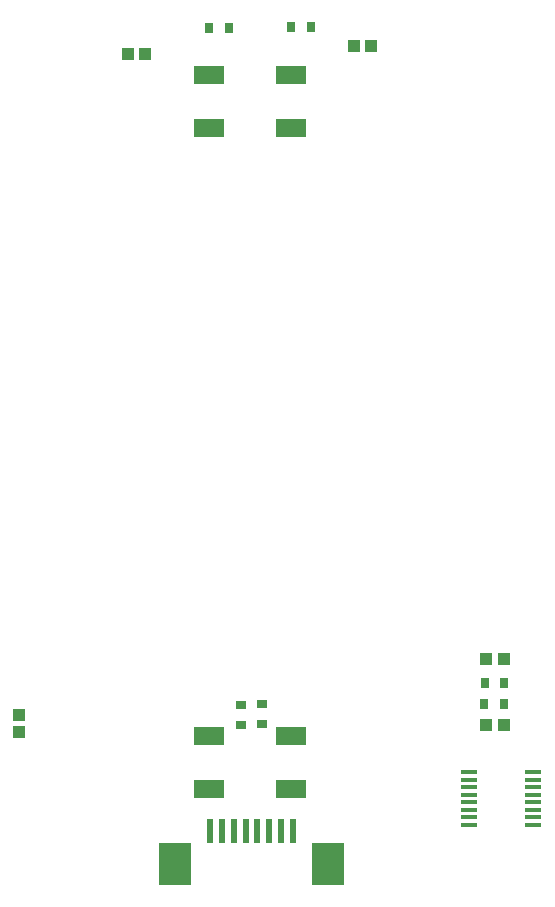
<source format=gtp>
G04*
G04 #@! TF.GenerationSoftware,Altium Limited,Altium Designer,21.4.1 (30)*
G04*
G04 Layer_Color=8421504*
%FSLAX25Y25*%
%MOIN*%
G70*
G04*
G04 #@! TF.SameCoordinates,2C669462-4CAA-4C00-817C-2A90AA7F7E81*
G04*
G04*
G04 #@! TF.FilePolarity,Positive*
G04*
G01*
G75*
%ADD17R,0.05709X0.01600*%
%ADD18R,0.02402X0.07874*%
%ADD19R,0.10551X0.14173*%
%ADD20R,0.03937X0.03937*%
%ADD21R,0.10236X0.05906*%
%ADD22R,0.03543X0.02756*%
%ADD23R,0.02756X0.03543*%
%ADD24R,0.03937X0.03937*%
D17*
X72900Y-113400D02*
D03*
Y-115900D02*
D03*
Y-118400D02*
D03*
Y-120900D02*
D03*
Y-123400D02*
D03*
Y-125900D02*
D03*
Y-128400D02*
D03*
Y-130900D02*
D03*
X94357Y-113400D02*
D03*
Y-115900D02*
D03*
Y-118400D02*
D03*
Y-120900D02*
D03*
Y-123400D02*
D03*
Y-125900D02*
D03*
Y-128400D02*
D03*
Y-130900D02*
D03*
D18*
X-13331Y-132976D02*
D03*
X-9394D02*
D03*
X-5457D02*
D03*
X-1520D02*
D03*
X2417D02*
D03*
X6354D02*
D03*
X10291D02*
D03*
X14228D02*
D03*
D19*
X-25102Y-144000D02*
D03*
X26000D02*
D03*
D20*
X84500Y-97500D02*
D03*
X78776D02*
D03*
X40362Y128600D02*
D03*
X34638D02*
D03*
X78776Y-75500D02*
D03*
X84500D02*
D03*
X-40862Y126000D02*
D03*
X-35138D02*
D03*
D21*
X-13780Y-119095D02*
D03*
Y-101378D02*
D03*
X13780Y-119095D02*
D03*
Y-101378D02*
D03*
Y101378D02*
D03*
Y119095D02*
D03*
X-13780Y101378D02*
D03*
Y119095D02*
D03*
D22*
X-3000Y-91000D02*
D03*
Y-97512D02*
D03*
X4000Y-90744D02*
D03*
Y-97256D02*
D03*
D23*
X-13612Y134700D02*
D03*
X-7100D02*
D03*
X13744Y135000D02*
D03*
X20256D02*
D03*
X84500Y-90500D02*
D03*
X77988D02*
D03*
X78244Y-83500D02*
D03*
X84756D02*
D03*
D24*
X-77000Y-100000D02*
D03*
Y-94276D02*
D03*
M02*

</source>
